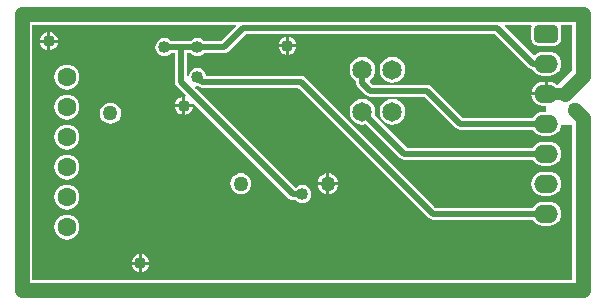
<source format=gbl>
G04 Layer_Physical_Order=2*
G04 Layer_Color=11436288*
%FSLAX25Y25*%
%MOIN*%
G70*
G01*
G75*
%ADD19C,0.02000*%
%ADD20C,0.05000*%
%ADD22C,0.06500*%
%ADD23O,0.08000X0.06000*%
G04:AMPARAMS|DCode=24|XSize=60mil|YSize=80mil|CornerRadius=15mil|HoleSize=0mil|Usage=FLASHONLY|Rotation=270.000|XOffset=0mil|YOffset=0mil|HoleType=Round|Shape=RoundedRectangle|*
%AMROUNDEDRECTD24*
21,1,0.06000,0.05000,0,0,270.0*
21,1,0.03000,0.08000,0,0,270.0*
1,1,0.03000,-0.02500,-0.01500*
1,1,0.03000,-0.02500,0.01500*
1,1,0.03000,0.02500,0.01500*
1,1,0.03000,0.02500,-0.01500*
%
%ADD24ROUNDEDRECTD24*%
%ADD25C,0.05000*%
%ADD26C,0.06300*%
%ADD27C,0.04000*%
%ADD28C,0.04000*%
G36*
X287500Y177500D02*
X282483Y172483D01*
X281817Y172994D01*
X280844Y173397D01*
X279800Y173535D01*
X279300D01*
Y169500D01*
X278800D01*
Y169000D01*
X273831D01*
X273903Y168456D01*
X274306Y167483D01*
X274947Y166647D01*
X275783Y166006D01*
X276756Y165603D01*
X277800Y165465D01*
X278800D01*
Y163534D01*
X277800D01*
X276756Y163397D01*
X275783Y162994D01*
X274947Y162353D01*
X274323Y161539D01*
X250845D01*
X240442Y171942D01*
X239780Y172384D01*
X239000Y172539D01*
X220845D01*
X219973Y173411D01*
X220017Y174074D01*
X220531Y174469D01*
X221212Y175357D01*
X221641Y176391D01*
X221787Y177500D01*
X221641Y178610D01*
X221212Y179643D01*
X220531Y180531D01*
X219643Y181212D01*
X218609Y181641D01*
X217500Y181787D01*
X216390Y181641D01*
X215357Y181212D01*
X214469Y180531D01*
X213788Y179643D01*
X213359Y178610D01*
X213213Y177500D01*
X213359Y176391D01*
X213788Y175357D01*
X214469Y174469D01*
X215357Y173788D01*
X215461Y173744D01*
Y173000D01*
X215616Y172220D01*
X216058Y171558D01*
X218558Y169058D01*
X219220Y168616D01*
X220000Y168461D01*
X238155D01*
X248558Y158058D01*
X249220Y157616D01*
X250000Y157461D01*
X274323D01*
X274947Y156647D01*
X275783Y156006D01*
X276756Y155603D01*
X277800Y155465D01*
X279800D01*
X280844Y155603D01*
X281817Y156006D01*
X282653Y156647D01*
X283294Y157483D01*
X283697Y158456D01*
X283769Y159000D01*
X287500D01*
Y107500D01*
X107500D01*
Y192500D01*
X175219D01*
X175410Y192038D01*
X170411Y187039D01*
X164717D01*
X164640Y187140D01*
X164013Y187620D01*
X163283Y187923D01*
X162500Y188026D01*
X161717Y187923D01*
X160987Y187620D01*
X160360Y187140D01*
X160283Y187039D01*
X153717D01*
X153640Y187140D01*
X153013Y187620D01*
X152283Y187923D01*
X151500Y188026D01*
X150717Y187923D01*
X149987Y187620D01*
X149360Y187140D01*
X148880Y186513D01*
X148577Y185783D01*
X148474Y185000D01*
X148577Y184217D01*
X148880Y183487D01*
X149360Y182860D01*
X149987Y182379D01*
X150717Y182077D01*
X151500Y181974D01*
X152283Y182077D01*
X153013Y182379D01*
X153640Y182860D01*
X153717Y182961D01*
X154961D01*
Y173500D01*
X155116Y172720D01*
X155558Y172058D01*
X158675Y168941D01*
X158500Y168587D01*
Y166000D01*
X161087D01*
X161441Y166175D01*
X193058Y134558D01*
X193720Y134116D01*
X194500Y133961D01*
X195283D01*
X195360Y133860D01*
X195987Y133379D01*
X196717Y133077D01*
X197500Y132974D01*
X198283Y133077D01*
X199013Y133379D01*
X199640Y133860D01*
X200120Y134487D01*
X200423Y135217D01*
X200526Y136000D01*
X200423Y136783D01*
X200120Y137513D01*
X199640Y138140D01*
X199013Y138620D01*
X198283Y138923D01*
X197500Y139026D01*
X196717Y138923D01*
X195987Y138620D01*
X195360Y138140D01*
X195251Y138133D01*
X161825Y171559D01*
X162059Y172032D01*
X162500Y171974D01*
X162654Y171994D01*
X163220Y171616D01*
X164000Y171461D01*
X196155D01*
X239558Y128058D01*
X240220Y127616D01*
X241000Y127461D01*
X241000Y127461D01*
X274323D01*
X274947Y126647D01*
X275783Y126006D01*
X276756Y125603D01*
X277800Y125466D01*
X279800D01*
X280844Y125603D01*
X281817Y126006D01*
X282653Y126647D01*
X283294Y127483D01*
X283697Y128456D01*
X283835Y129500D01*
X283697Y130544D01*
X283294Y131517D01*
X282653Y132353D01*
X281817Y132994D01*
X280844Y133397D01*
X279800Y133535D01*
X277800D01*
X276756Y133397D01*
X275783Y132994D01*
X274947Y132353D01*
X274323Y131539D01*
X241845D01*
X198442Y174942D01*
X197780Y175384D01*
X197000Y175539D01*
X165455D01*
X165423Y175783D01*
X165120Y176513D01*
X164640Y177140D01*
X164013Y177620D01*
X163283Y177923D01*
X162500Y178026D01*
X161717Y177923D01*
X160987Y177620D01*
X160360Y177140D01*
X159880Y176513D01*
X159577Y175783D01*
X159539Y175494D01*
X159039Y175527D01*
Y182961D01*
X160283D01*
X160360Y182860D01*
X160987Y182379D01*
X161717Y182077D01*
X162500Y181974D01*
X163283Y182077D01*
X164013Y182379D01*
X164640Y182860D01*
X164717Y182961D01*
X171256D01*
X172036Y183116D01*
X172698Y183558D01*
X178601Y189461D01*
X261655D01*
X273058Y178058D01*
X273720Y177616D01*
X274299Y177501D01*
X274306Y177483D01*
X274947Y176647D01*
X275783Y176006D01*
X276756Y175603D01*
X277800Y175466D01*
X279800D01*
X280844Y175603D01*
X281817Y176006D01*
X282653Y176647D01*
X283294Y177483D01*
X283697Y178456D01*
X283835Y179500D01*
X283697Y180544D01*
X283294Y181517D01*
X282653Y182353D01*
X281817Y182994D01*
X280844Y183397D01*
X279800Y183535D01*
X277800D01*
X276756Y183397D01*
X275783Y182994D01*
X274947Y182353D01*
X274557Y182327D01*
X264846Y192038D01*
X265037Y192500D01*
X273765D01*
X274001Y192059D01*
X273945Y191975D01*
X273751Y191000D01*
Y188000D01*
X273945Y187024D01*
X274498Y186198D01*
X275325Y185645D01*
X276300Y185451D01*
X281300D01*
X282276Y185645D01*
X283102Y186198D01*
X283655Y187024D01*
X283849Y188000D01*
Y191000D01*
X283655Y191975D01*
X283599Y192059D01*
X283835Y192500D01*
X287500D01*
Y177500D01*
D02*
G37*
%LPC*%
G36*
X205500Y142964D02*
X205086Y142910D01*
X204235Y142557D01*
X203504Y141996D01*
X202943Y141265D01*
X202590Y140414D01*
X202536Y140000D01*
X205500D01*
Y142964D01*
D02*
G37*
G36*
X206500D02*
Y140000D01*
X209464D01*
X209410Y140414D01*
X209057Y141265D01*
X208496Y141996D01*
X207765Y142557D01*
X206914Y142910D01*
X206500Y142964D01*
D02*
G37*
G36*
X205500Y139000D02*
X202536D01*
X202590Y138586D01*
X202943Y137735D01*
X203504Y137004D01*
X204235Y136443D01*
X205086Y136090D01*
X205500Y136036D01*
Y139000D01*
D02*
G37*
G36*
X209464D02*
X206500D01*
Y136036D01*
X206914Y136090D01*
X207765Y136443D01*
X208496Y137004D01*
X209057Y137735D01*
X209410Y138586D01*
X209464Y139000D01*
D02*
G37*
G36*
X217500Y167787D02*
X216390Y167641D01*
X215357Y167212D01*
X214469Y166531D01*
X213788Y165643D01*
X213359Y164610D01*
X213213Y163500D01*
X213359Y162390D01*
X213788Y161357D01*
X214469Y160469D01*
X215357Y159788D01*
X216390Y159359D01*
X217500Y159213D01*
X218609Y159359D01*
X218714Y159403D01*
X230058Y148058D01*
X230720Y147616D01*
X231500Y147461D01*
X274323D01*
X274947Y146647D01*
X275783Y146006D01*
X276756Y145603D01*
X277800Y145466D01*
X279800D01*
X280844Y145603D01*
X281817Y146006D01*
X282653Y146647D01*
X283294Y147483D01*
X283697Y148456D01*
X283835Y149500D01*
X283697Y150544D01*
X283294Y151517D01*
X282653Y152353D01*
X281817Y152994D01*
X280844Y153397D01*
X279800Y153534D01*
X277800D01*
X276756Y153397D01*
X275783Y152994D01*
X274947Y152353D01*
X274323Y151539D01*
X232345D01*
X221598Y162286D01*
X221641Y162390D01*
X221787Y163500D01*
X221641Y164610D01*
X221212Y165643D01*
X220531Y166531D01*
X219643Y167212D01*
X218609Y167641D01*
X217500Y167787D01*
D02*
G37*
G36*
X119000Y159186D02*
X117917Y159043D01*
X116907Y158625D01*
X116040Y157960D01*
X115375Y157093D01*
X114957Y156083D01*
X114814Y155000D01*
X114957Y153917D01*
X115375Y152907D01*
X116040Y152040D01*
X116907Y151375D01*
X117917Y150957D01*
X119000Y150814D01*
X120083Y150957D01*
X121093Y151375D01*
X121960Y152040D01*
X122625Y152907D01*
X123043Y153917D01*
X123186Y155000D01*
X123043Y156083D01*
X122625Y157093D01*
X121960Y157960D01*
X121093Y158625D01*
X120083Y159043D01*
X119000Y159186D01*
D02*
G37*
G36*
X227500Y167787D02*
X226391Y167641D01*
X225357Y167212D01*
X224469Y166531D01*
X223788Y165643D01*
X223359Y164610D01*
X223213Y163500D01*
X223359Y162390D01*
X223788Y161357D01*
X224469Y160469D01*
X225357Y159788D01*
X226391Y159359D01*
X227500Y159213D01*
X228609Y159359D01*
X229643Y159788D01*
X230531Y160469D01*
X231212Y161357D01*
X231641Y162390D01*
X231787Y163500D01*
X231641Y164610D01*
X231212Y165643D01*
X230531Y166531D01*
X229643Y167212D01*
X228609Y167641D01*
X227500Y167787D01*
D02*
G37*
G36*
X119000Y149186D02*
X117917Y149043D01*
X116907Y148625D01*
X116040Y147960D01*
X115375Y147093D01*
X114957Y146083D01*
X114814Y145000D01*
X114957Y143917D01*
X115375Y142907D01*
X116040Y142040D01*
X116907Y141375D01*
X117917Y140957D01*
X119000Y140814D01*
X120083Y140957D01*
X121093Y141375D01*
X121960Y142040D01*
X122625Y142907D01*
X123043Y143917D01*
X123186Y145000D01*
X123043Y146083D01*
X122625Y147093D01*
X121960Y147960D01*
X121093Y148625D01*
X120083Y149043D01*
X119000Y149186D01*
D02*
G37*
G36*
X143000Y115960D02*
X142717Y115923D01*
X141987Y115621D01*
X141360Y115140D01*
X140879Y114513D01*
X140577Y113783D01*
X140540Y113500D01*
X143000D01*
Y115960D01*
D02*
G37*
G36*
X144000D02*
Y113500D01*
X146460D01*
X146423Y113783D01*
X146121Y114513D01*
X145640Y115140D01*
X145013Y115621D01*
X144283Y115923D01*
X144000Y115960D01*
D02*
G37*
G36*
X143000Y112500D02*
X140540D01*
X140577Y112217D01*
X140879Y111487D01*
X141360Y110860D01*
X141987Y110380D01*
X142717Y110077D01*
X143000Y110040D01*
Y112500D01*
D02*
G37*
G36*
X146460D02*
X144000D01*
Y110040D01*
X144283Y110077D01*
X145013Y110380D01*
X145640Y110860D01*
X146121Y111487D01*
X146423Y112217D01*
X146460Y112500D01*
D02*
G37*
G36*
X279800Y143535D02*
X277800D01*
X276756Y143397D01*
X275783Y142994D01*
X274947Y142353D01*
X274306Y141517D01*
X273903Y140544D01*
X273765Y139500D01*
X273903Y138456D01*
X274306Y137483D01*
X274947Y136647D01*
X275783Y136006D01*
X276756Y135603D01*
X277800Y135466D01*
X279800D01*
X280844Y135603D01*
X281817Y136006D01*
X282653Y136647D01*
X283294Y137483D01*
X283697Y138456D01*
X283835Y139500D01*
X283697Y140544D01*
X283294Y141517D01*
X282653Y142353D01*
X281817Y142994D01*
X280844Y143397D01*
X279800Y143535D01*
D02*
G37*
G36*
X177000Y143030D02*
X176086Y142910D01*
X175235Y142557D01*
X174504Y141996D01*
X173943Y141265D01*
X173590Y140414D01*
X173470Y139500D01*
X173590Y138586D01*
X173943Y137735D01*
X174504Y137004D01*
X175235Y136443D01*
X176086Y136090D01*
X177000Y135970D01*
X177914Y136090D01*
X178765Y136443D01*
X179496Y137004D01*
X180057Y137735D01*
X180410Y138586D01*
X180530Y139500D01*
X180410Y140414D01*
X180057Y141265D01*
X179496Y141996D01*
X178765Y142557D01*
X177914Y142910D01*
X177000Y143030D01*
D02*
G37*
G36*
X119000Y129186D02*
X117917Y129043D01*
X116907Y128625D01*
X116040Y127960D01*
X115375Y127093D01*
X114957Y126083D01*
X114814Y125000D01*
X114957Y123917D01*
X115375Y122907D01*
X116040Y122040D01*
X116907Y121375D01*
X117917Y120957D01*
X119000Y120814D01*
X120083Y120957D01*
X121093Y121375D01*
X121960Y122040D01*
X122625Y122907D01*
X123043Y123917D01*
X123186Y125000D01*
X123043Y126083D01*
X122625Y127093D01*
X121960Y127960D01*
X121093Y128625D01*
X120083Y129043D01*
X119000Y129186D01*
D02*
G37*
G36*
Y139186D02*
X117917Y139043D01*
X116907Y138625D01*
X116040Y137960D01*
X115375Y137093D01*
X114957Y136083D01*
X114814Y135000D01*
X114957Y133917D01*
X115375Y132907D01*
X116040Y132040D01*
X116907Y131375D01*
X117917Y130957D01*
X119000Y130814D01*
X120083Y130957D01*
X121093Y131375D01*
X121960Y132040D01*
X122625Y132907D01*
X123043Y133917D01*
X123186Y135000D01*
X123043Y136083D01*
X122625Y137093D01*
X121960Y137960D01*
X121093Y138625D01*
X120083Y139043D01*
X119000Y139186D01*
D02*
G37*
G36*
X112500Y186500D02*
X110040D01*
X110077Y186217D01*
X110380Y185487D01*
X110860Y184860D01*
X111487Y184379D01*
X112217Y184077D01*
X112500Y184040D01*
Y186500D01*
D02*
G37*
G36*
X115960D02*
X113500D01*
Y184040D01*
X113783Y184077D01*
X114513Y184379D01*
X115140Y184860D01*
X115621Y185487D01*
X115923Y186217D01*
X115960Y186500D01*
D02*
G37*
G36*
X192000Y185000D02*
X189540D01*
X189577Y184717D01*
X189880Y183987D01*
X190360Y183360D01*
X190987Y182879D01*
X191717Y182577D01*
X192000Y182540D01*
Y185000D01*
D02*
G37*
G36*
X195460D02*
X193000D01*
Y182540D01*
X193283Y182577D01*
X194013Y182879D01*
X194640Y183360D01*
X195121Y183987D01*
X195423Y184717D01*
X195460Y185000D01*
D02*
G37*
G36*
X112500Y189960D02*
X112217Y189923D01*
X111487Y189620D01*
X110860Y189140D01*
X110380Y188513D01*
X110077Y187783D01*
X110040Y187500D01*
X112500D01*
Y189960D01*
D02*
G37*
G36*
X113500D02*
Y187500D01*
X115960D01*
X115923Y187783D01*
X115621Y188513D01*
X115140Y189140D01*
X114513Y189620D01*
X113783Y189923D01*
X113500Y189960D01*
D02*
G37*
G36*
X192000Y188460D02*
X191717Y188423D01*
X190987Y188120D01*
X190360Y187640D01*
X189880Y187013D01*
X189577Y186283D01*
X189540Y186000D01*
X192000D01*
Y188460D01*
D02*
G37*
G36*
X193000D02*
Y186000D01*
X195460D01*
X195423Y186283D01*
X195121Y187013D01*
X194640Y187640D01*
X194013Y188120D01*
X193283Y188423D01*
X193000Y188460D01*
D02*
G37*
G36*
X157500Y165000D02*
X155040D01*
X155077Y164717D01*
X155379Y163987D01*
X155860Y163360D01*
X156487Y162880D01*
X157217Y162577D01*
X157500Y162540D01*
Y165000D01*
D02*
G37*
G36*
X160960D02*
X158500D01*
Y162540D01*
X158783Y162577D01*
X159513Y162880D01*
X160140Y163360D01*
X160620Y163987D01*
X160923Y164717D01*
X160960Y165000D01*
D02*
G37*
G36*
X133500Y166530D02*
X132586Y166410D01*
X131735Y166057D01*
X131004Y165496D01*
X130443Y164765D01*
X130090Y163914D01*
X129970Y163000D01*
X130090Y162086D01*
X130443Y161235D01*
X131004Y160504D01*
X131735Y159943D01*
X132586Y159590D01*
X133500Y159470D01*
X134414Y159590D01*
X135265Y159943D01*
X135996Y160504D01*
X136557Y161235D01*
X136910Y162086D01*
X137030Y163000D01*
X136910Y163914D01*
X136557Y164765D01*
X135996Y165496D01*
X135265Y166057D01*
X134414Y166410D01*
X133500Y166530D01*
D02*
G37*
G36*
X119000Y169186D02*
X117917Y169043D01*
X116907Y168625D01*
X116040Y167960D01*
X115375Y167093D01*
X114957Y166083D01*
X114814Y165000D01*
X114957Y163917D01*
X115375Y162907D01*
X116040Y162040D01*
X116907Y161375D01*
X117917Y160957D01*
X119000Y160814D01*
X120083Y160957D01*
X121093Y161375D01*
X121960Y162040D01*
X122625Y162907D01*
X123043Y163917D01*
X123186Y165000D01*
X123043Y166083D01*
X122625Y167093D01*
X121960Y167960D01*
X121093Y168625D01*
X120083Y169043D01*
X119000Y169186D01*
D02*
G37*
G36*
Y179186D02*
X117917Y179043D01*
X116907Y178625D01*
X116040Y177960D01*
X115375Y177093D01*
X114957Y176083D01*
X114814Y175000D01*
X114957Y173917D01*
X115375Y172907D01*
X116040Y172040D01*
X116907Y171375D01*
X117917Y170957D01*
X119000Y170814D01*
X120083Y170957D01*
X121093Y171375D01*
X121960Y172040D01*
X122625Y172907D01*
X123043Y173917D01*
X123186Y175000D01*
X123043Y176083D01*
X122625Y177093D01*
X121960Y177960D01*
X121093Y178625D01*
X120083Y179043D01*
X119000Y179186D01*
D02*
G37*
G36*
X227500Y181787D02*
X226391Y181641D01*
X225357Y181212D01*
X224469Y180531D01*
X223788Y179643D01*
X223359Y178610D01*
X223213Y177500D01*
X223359Y176391D01*
X223788Y175357D01*
X224469Y174469D01*
X225357Y173788D01*
X226391Y173359D01*
X227500Y173213D01*
X228609Y173359D01*
X229643Y173788D01*
X230531Y174469D01*
X231212Y175357D01*
X231641Y176391D01*
X231787Y177500D01*
X231641Y178610D01*
X231212Y179643D01*
X230531Y180531D01*
X229643Y181212D01*
X228609Y181641D01*
X227500Y181787D01*
D02*
G37*
G36*
X157500Y168460D02*
X157217Y168423D01*
X156487Y168121D01*
X155860Y167640D01*
X155379Y167013D01*
X155077Y166283D01*
X155040Y166000D01*
X157500D01*
Y168460D01*
D02*
G37*
G36*
X278300Y173535D02*
X277800D01*
X276756Y173397D01*
X275783Y172994D01*
X274947Y172353D01*
X274306Y171517D01*
X273903Y170544D01*
X273831Y170000D01*
X278300D01*
Y173535D01*
D02*
G37*
%LPD*%
D19*
X157000Y173500D02*
X194500Y136000D01*
X197500D01*
X157000Y173500D02*
Y185000D01*
X162500Y175000D02*
X164000Y173500D01*
X197000D01*
X241000Y129500D01*
X171256Y185000D02*
X177756Y191500D01*
X162500Y185000D02*
X171256D01*
X217500Y163500D02*
X231500Y149500D01*
X217500Y173000D02*
Y177500D01*
Y173000D02*
X220000Y170500D01*
X239000D01*
X241000Y129500D02*
X278800D01*
X239000Y170500D02*
X250000Y159500D01*
X278800D01*
X231500Y149500D02*
X278800D01*
X274500Y179500D02*
X278800D01*
X262500Y191500D02*
X274500Y179500D01*
X177756Y191500D02*
X262500D01*
X151500Y185000D02*
X157000D01*
X162500D01*
D20*
X285000Y169500D02*
X291000Y175500D01*
X288500Y164000D02*
X291000Y161500D01*
Y104000D02*
Y161500D01*
X104000Y104000D02*
X291000D01*
X104000D02*
Y196000D01*
X291000D01*
Y175500D02*
Y196000D01*
D22*
X227500Y177500D02*
D03*
X217500D02*
D03*
X227500Y163500D02*
D03*
X217500D02*
D03*
D23*
X278800Y149500D02*
D03*
Y139500D02*
D03*
Y129500D02*
D03*
Y179500D02*
D03*
Y159500D02*
D03*
Y169500D02*
D03*
D24*
Y189500D02*
D03*
D25*
X133500Y163000D02*
D03*
X177000Y139500D02*
D03*
X288500Y164000D02*
D03*
X206000Y139500D02*
D03*
D26*
X119000Y175000D02*
D03*
Y165000D02*
D03*
Y155000D02*
D03*
Y145000D02*
D03*
Y135000D02*
D03*
Y125000D02*
D03*
D27*
X197500Y136000D02*
D03*
X143500Y113000D02*
D03*
X162500Y175000D02*
D03*
Y185000D02*
D03*
X151500D02*
D03*
X192500Y185500D02*
D03*
X113000Y187000D02*
D03*
X158000Y165500D02*
D03*
D28*
X278800Y169500D02*
X285000D01*
M02*

</source>
